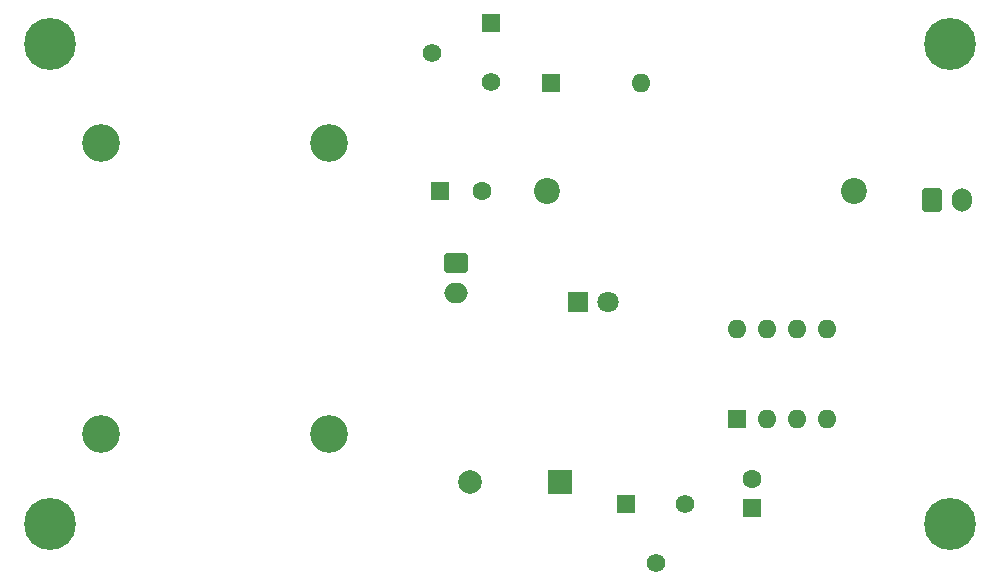
<source format=gbs>
G04 #@! TF.GenerationSoftware,KiCad,Pcbnew,(6.0.9)*
G04 #@! TF.CreationDate,2022-12-03T19:31:09+08:00*
G04 #@! TF.ProjectId,low_battery_voltage_alarm,6c6f775f-6261-4747-9465-72795f766f6c,rev?*
G04 #@! TF.SameCoordinates,Original*
G04 #@! TF.FileFunction,Soldermask,Bot*
G04 #@! TF.FilePolarity,Negative*
%FSLAX46Y46*%
G04 Gerber Fmt 4.6, Leading zero omitted, Abs format (unit mm)*
G04 Created by KiCad (PCBNEW (6.0.9)) date 2022-12-03 19:31:09*
%MOMM*%
%LPD*%
G01*
G04 APERTURE LIST*
G04 Aperture macros list*
%AMRoundRect*
0 Rectangle with rounded corners*
0 $1 Rounding radius*
0 $2 $3 $4 $5 $6 $7 $8 $9 X,Y pos of 4 corners*
0 Add a 4 corners polygon primitive as box body*
4,1,4,$2,$3,$4,$5,$6,$7,$8,$9,$2,$3,0*
0 Add four circle primitives for the rounded corners*
1,1,$1+$1,$2,$3*
1,1,$1+$1,$4,$5*
1,1,$1+$1,$6,$7*
1,1,$1+$1,$8,$9*
0 Add four rect primitives between the rounded corners*
20,1,$1+$1,$2,$3,$4,$5,0*
20,1,$1+$1,$4,$5,$6,$7,0*
20,1,$1+$1,$6,$7,$8,$9,0*
20,1,$1+$1,$8,$9,$2,$3,0*%
G04 Aperture macros list end*
%ADD10RoundRect,0.250000X-0.600000X-0.750000X0.600000X-0.750000X0.600000X0.750000X-0.600000X0.750000X0*%
%ADD11O,1.700000X2.000000*%
%ADD12R,2.000000X2.000000*%
%ADD13C,2.000000*%
%ADD14R,1.600000X1.600000*%
%ADD15C,1.600000*%
%ADD16O,1.600000X1.600000*%
%ADD17R,1.560000X1.560000*%
%ADD18C,1.560000*%
%ADD19C,2.200000*%
%ADD20RoundRect,0.250000X-0.750000X0.600000X-0.750000X-0.600000X0.750000X-0.600000X0.750000X0.600000X0*%
%ADD21O,2.000000X1.700000*%
%ADD22C,3.200000*%
%ADD23C,4.400000*%
%ADD24RoundRect,0.250000X-0.550000X-0.550000X0.550000X-0.550000X0.550000X0.550000X-0.550000X0.550000X0*%
%ADD25R,1.800000X1.800000*%
%ADD26C,1.800000*%
G04 APERTURE END LIST*
D10*
X169204000Y-90424000D03*
D11*
X171704000Y-90424000D03*
D12*
X137668000Y-114300000D03*
D13*
X130068000Y-114300000D03*
D14*
X153924000Y-116521100D03*
D15*
X153924000Y-114021100D03*
D14*
X152664000Y-108956000D03*
D16*
X155204000Y-108956000D03*
X157744000Y-108956000D03*
X160284000Y-108956000D03*
X160284000Y-101336000D03*
X157744000Y-101336000D03*
X155204000Y-101336000D03*
X152664000Y-101336000D03*
D17*
X143296000Y-116124000D03*
D18*
X145796000Y-121124000D03*
X148296000Y-116124000D03*
D19*
X136606000Y-89662000D03*
X162606000Y-89662000D03*
D20*
X128850000Y-95778000D03*
D21*
X128850000Y-98278000D03*
D22*
X98806000Y-85598000D03*
D23*
X94488000Y-117856000D03*
X170688000Y-117856000D03*
X94488000Y-77216000D03*
X170688000Y-77216000D03*
D24*
X127486000Y-89662000D03*
D15*
X131086000Y-89662000D03*
D22*
X98806000Y-110236000D03*
X118110000Y-85598000D03*
X118110000Y-110236000D03*
D14*
X136906000Y-80518000D03*
D16*
X144526000Y-80518000D03*
D25*
X139187000Y-99060000D03*
D26*
X141727000Y-99060000D03*
D17*
X131826000Y-75438000D03*
D18*
X126826000Y-77938000D03*
X131826000Y-80438000D03*
M02*

</source>
